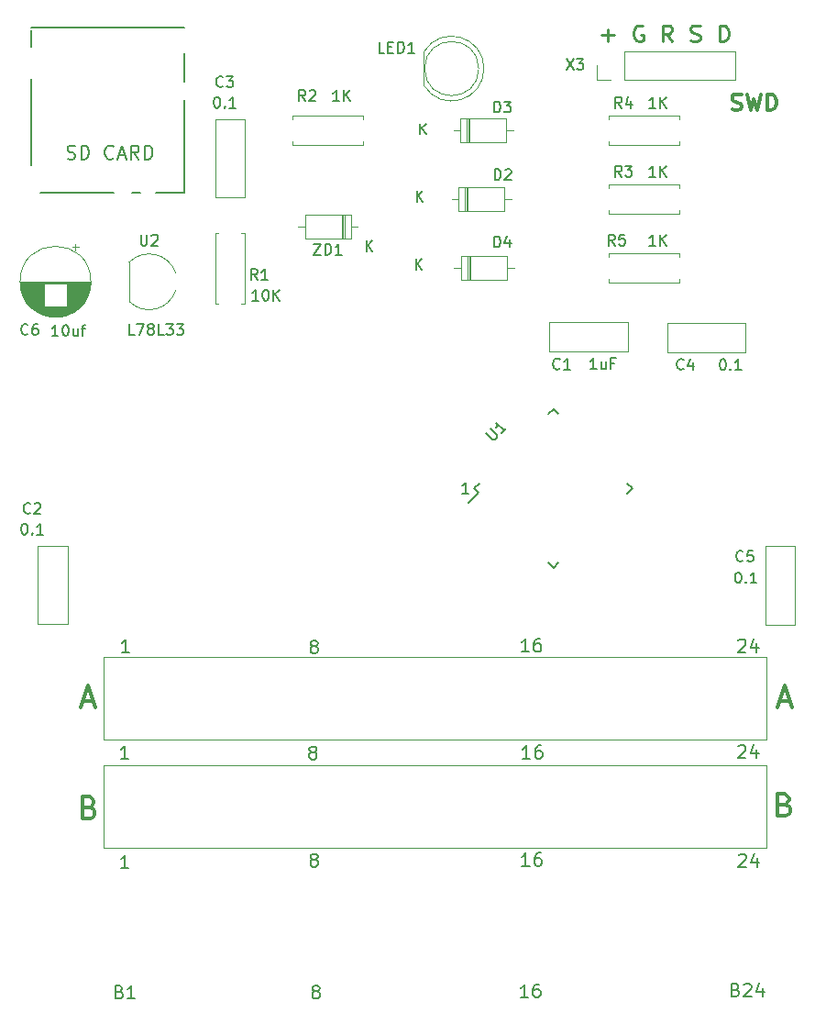
<source format=gbr>
G04 #@! TF.GenerationSoftware,KiCad,Pcbnew,(5.1.5)-3*
G04 #@! TF.CreationDate,2021-01-01T11:58:36-08:00*
G04 #@! TF.ProjectId,uknc_fdd_sds,756b6e63-5f66-4646-945f-7364732e6b69,rev?*
G04 #@! TF.SameCoordinates,Original*
G04 #@! TF.FileFunction,Legend,Top*
G04 #@! TF.FilePolarity,Positive*
%FSLAX46Y46*%
G04 Gerber Fmt 4.6, Leading zero omitted, Abs format (unit mm)*
G04 Created by KiCad (PCBNEW (5.1.5)-3) date 2021-01-01 11:58:36*
%MOMM*%
%LPD*%
G04 APERTURE LIST*
%ADD10C,0.120000*%
%ADD11C,0.300000*%
%ADD12C,0.250000*%
%ADD13C,0.200000*%
%ADD14C,0.150000*%
G04 APERTURE END LIST*
D10*
X162458400Y-58775600D02*
X162458400Y-66395600D01*
X162458400Y-58775600D02*
X101193600Y-58775600D01*
X162458400Y-66395600D02*
X101193600Y-66395600D01*
X101193600Y-58775600D02*
X101193600Y-66395600D01*
X162458400Y-68732400D02*
X101193600Y-68732400D01*
X101193600Y-68732400D02*
X101193600Y-76352400D01*
D11*
X99295009Y-62817333D02*
X100247390Y-62817333D01*
X99104533Y-63388761D02*
X99771200Y-61388761D01*
X100437866Y-63388761D01*
X99914057Y-72602742D02*
X100199771Y-72697980D01*
X100295009Y-72793219D01*
X100390247Y-72983695D01*
X100390247Y-73269409D01*
X100295009Y-73459885D01*
X100199771Y-73555123D01*
X100009295Y-73650361D01*
X99247390Y-73650361D01*
X99247390Y-71650361D01*
X99914057Y-71650361D01*
X100104533Y-71745600D01*
X100199771Y-71840838D01*
X100295009Y-72031314D01*
X100295009Y-72221790D01*
X100199771Y-72412266D01*
X100104533Y-72507504D01*
X99914057Y-72602742D01*
X99247390Y-72602742D01*
X164125257Y-72348742D02*
X164410971Y-72443980D01*
X164506209Y-72539219D01*
X164601447Y-72729695D01*
X164601447Y-73015409D01*
X164506209Y-73205885D01*
X164410971Y-73301123D01*
X164220495Y-73396361D01*
X163458590Y-73396361D01*
X163458590Y-71396361D01*
X164125257Y-71396361D01*
X164315733Y-71491600D01*
X164410971Y-71586838D01*
X164506209Y-71777314D01*
X164506209Y-71967790D01*
X164410971Y-72158266D01*
X164315733Y-72253504D01*
X164125257Y-72348742D01*
X163458590Y-72348742D01*
X163607809Y-62817333D02*
X164560190Y-62817333D01*
X163417333Y-63388761D02*
X164084000Y-61388761D01*
X164750666Y-63388761D01*
D10*
X162458400Y-68732400D02*
X162458400Y-76352400D01*
X162458400Y-76352400D02*
X101193600Y-76352400D01*
D12*
X147213571Y-1377142D02*
X148356428Y-1377142D01*
X147785000Y-1948571D02*
X147785000Y-805714D01*
X150999285Y-520000D02*
X150856428Y-448571D01*
X150642142Y-448571D01*
X150427857Y-520000D01*
X150285000Y-662857D01*
X150213571Y-805714D01*
X150142142Y-1091428D01*
X150142142Y-1305714D01*
X150213571Y-1591428D01*
X150285000Y-1734285D01*
X150427857Y-1877142D01*
X150642142Y-1948571D01*
X150785000Y-1948571D01*
X150999285Y-1877142D01*
X151070714Y-1805714D01*
X151070714Y-1305714D01*
X150785000Y-1305714D01*
X153713571Y-1948571D02*
X153213571Y-1234285D01*
X152856428Y-1948571D02*
X152856428Y-448571D01*
X153427857Y-448571D01*
X153570714Y-520000D01*
X153642142Y-591428D01*
X153713571Y-734285D01*
X153713571Y-948571D01*
X153642142Y-1091428D01*
X153570714Y-1162857D01*
X153427857Y-1234285D01*
X152856428Y-1234285D01*
X155427857Y-1877142D02*
X155642142Y-1948571D01*
X155999285Y-1948571D01*
X156142142Y-1877142D01*
X156213571Y-1805714D01*
X156285000Y-1662857D01*
X156285000Y-1520000D01*
X156213571Y-1377142D01*
X156142142Y-1305714D01*
X155999285Y-1234285D01*
X155713571Y-1162857D01*
X155570714Y-1091428D01*
X155499285Y-1020000D01*
X155427857Y-877142D01*
X155427857Y-734285D01*
X155499285Y-591428D01*
X155570714Y-520000D01*
X155713571Y-448571D01*
X156070714Y-448571D01*
X156285000Y-520000D01*
X158070714Y-1948571D02*
X158070714Y-448571D01*
X158427857Y-448571D01*
X158642142Y-520000D01*
X158785000Y-662857D01*
X158856428Y-805714D01*
X158927857Y-1091428D01*
X158927857Y-1305714D01*
X158856428Y-1591428D01*
X158785000Y-1734285D01*
X158642142Y-1877142D01*
X158427857Y-1948571D01*
X158070714Y-1948571D01*
D13*
X134905714Y-43632380D02*
X134334285Y-43632380D01*
X134620000Y-43632380D02*
X134620000Y-42632380D01*
X134524761Y-42775238D01*
X134429523Y-42870476D01*
X134334285Y-42918095D01*
X94500000Y-2433320D02*
X94500000Y-878840D01*
X108700000Y-3032760D02*
X108700000Y-5618480D01*
X108691680Y-15875000D02*
X106070400Y-15875000D01*
X104581960Y-15875000D02*
X103865680Y-15875000D01*
X95407480Y-15875000D02*
X102118160Y-15875000D01*
X94500000Y-675000D02*
X108700000Y-675000D01*
X108700000Y-7386320D02*
X108700000Y-15875000D01*
X94500000Y-5435600D02*
X94500000Y-13401040D01*
D10*
X123440000Y-20170000D02*
X123440000Y-17930000D01*
X123200000Y-20170000D02*
X123200000Y-17930000D01*
X123320000Y-20170000D02*
X123320000Y-17930000D01*
X119150000Y-19050000D02*
X119800000Y-19050000D01*
X124690000Y-19050000D02*
X124040000Y-19050000D01*
X119800000Y-20170000D02*
X124040000Y-20170000D01*
X119800000Y-17930000D02*
X119800000Y-20170000D01*
X124040000Y-17930000D02*
X119800000Y-17930000D01*
X124040000Y-20170000D02*
X124040000Y-17930000D01*
X134834820Y-21740000D02*
X134834820Y-23980000D01*
X135074820Y-21740000D02*
X135074820Y-23980000D01*
X134954820Y-21740000D02*
X134954820Y-23980000D01*
X139124820Y-22860000D02*
X138474820Y-22860000D01*
X133584820Y-22860000D02*
X134234820Y-22860000D01*
X138474820Y-21740000D02*
X134234820Y-21740000D01*
X138474820Y-23980000D02*
X138474820Y-21740000D01*
X134234820Y-23980000D02*
X138474820Y-23980000D01*
X134234820Y-21740000D02*
X134234820Y-23980000D01*
X134776400Y-9040000D02*
X134776400Y-11280000D01*
X135016400Y-9040000D02*
X135016400Y-11280000D01*
X134896400Y-9040000D02*
X134896400Y-11280000D01*
X139066400Y-10160000D02*
X138416400Y-10160000D01*
X133526400Y-10160000D02*
X134176400Y-10160000D01*
X138416400Y-9040000D02*
X134176400Y-9040000D01*
X138416400Y-11280000D02*
X138416400Y-9040000D01*
X134176400Y-11280000D02*
X138416400Y-11280000D01*
X134176400Y-9040000D02*
X134176400Y-11280000D01*
X134608760Y-15390000D02*
X134608760Y-17630000D01*
X134848760Y-15390000D02*
X134848760Y-17630000D01*
X134728760Y-15390000D02*
X134728760Y-17630000D01*
X138898760Y-16510000D02*
X138248760Y-16510000D01*
X133358760Y-16510000D02*
X134008760Y-16510000D01*
X138248760Y-15390000D02*
X134008760Y-15390000D01*
X138248760Y-17630000D02*
X138248760Y-15390000D01*
X134008760Y-17630000D02*
X138248760Y-17630000D01*
X134008760Y-15390000D02*
X134008760Y-17630000D01*
D14*
X135429445Y-43180000D02*
X135836031Y-43586586D01*
X142748000Y-35861445D02*
X143225297Y-36338742D01*
X150066555Y-43180000D02*
X149589258Y-42702703D01*
X142748000Y-50498555D02*
X142270703Y-50021258D01*
X135429445Y-43180000D02*
X135906742Y-42702703D01*
X142748000Y-50498555D02*
X143225297Y-50021258D01*
X150066555Y-43180000D02*
X149589258Y-43657297D01*
X142748000Y-35861445D02*
X142270703Y-36338742D01*
X135836031Y-43586586D02*
X134934470Y-44488148D01*
D10*
X146726600Y-5495600D02*
X146726600Y-4165600D01*
X148056600Y-5495600D02*
X146726600Y-5495600D01*
X149326600Y-5495600D02*
X149326600Y-2835600D01*
X149326600Y-2835600D02*
X159546600Y-2835600D01*
X149326600Y-5495600D02*
X159546600Y-5495600D01*
X159546600Y-5495600D02*
X159546600Y-2835600D01*
X98917840Y-20924759D02*
X98287840Y-20924759D01*
X98602840Y-20609759D02*
X98602840Y-21239759D01*
X97165840Y-27351000D02*
X96361840Y-27351000D01*
X97396840Y-27311000D02*
X96130840Y-27311000D01*
X97565840Y-27271000D02*
X95961840Y-27271000D01*
X97703840Y-27231000D02*
X95823840Y-27231000D01*
X97822840Y-27191000D02*
X95704840Y-27191000D01*
X97928840Y-27151000D02*
X95598840Y-27151000D01*
X98025840Y-27111000D02*
X95501840Y-27111000D01*
X98113840Y-27071000D02*
X95413840Y-27071000D01*
X98195840Y-27031000D02*
X95331840Y-27031000D01*
X98272840Y-26991000D02*
X95254840Y-26991000D01*
X98344840Y-26951000D02*
X95182840Y-26951000D01*
X98413840Y-26911000D02*
X95113840Y-26911000D01*
X98477840Y-26871000D02*
X95049840Y-26871000D01*
X98539840Y-26831000D02*
X94987840Y-26831000D01*
X98597840Y-26791000D02*
X94929840Y-26791000D01*
X98653840Y-26751000D02*
X94873840Y-26751000D01*
X98707840Y-26711000D02*
X94819840Y-26711000D01*
X98758840Y-26671000D02*
X94768840Y-26671000D01*
X98807840Y-26631000D02*
X94719840Y-26631000D01*
X98855840Y-26591000D02*
X94671840Y-26591000D01*
X98900840Y-26551000D02*
X94626840Y-26551000D01*
X98945840Y-26511000D02*
X94581840Y-26511000D01*
X98987840Y-26471000D02*
X94539840Y-26471000D01*
X99028840Y-26431000D02*
X94498840Y-26431000D01*
X95723840Y-26391000D02*
X94458840Y-26391000D01*
X99068840Y-26391000D02*
X97803840Y-26391000D01*
X95723840Y-26351000D02*
X94420840Y-26351000D01*
X99106840Y-26351000D02*
X97803840Y-26351000D01*
X95723840Y-26311000D02*
X94383840Y-26311000D01*
X99143840Y-26311000D02*
X97803840Y-26311000D01*
X95723840Y-26271000D02*
X94347840Y-26271000D01*
X99179840Y-26271000D02*
X97803840Y-26271000D01*
X95723840Y-26231000D02*
X94313840Y-26231000D01*
X99213840Y-26231000D02*
X97803840Y-26231000D01*
X95723840Y-26191000D02*
X94279840Y-26191000D01*
X99247840Y-26191000D02*
X97803840Y-26191000D01*
X95723840Y-26151000D02*
X94247840Y-26151000D01*
X99279840Y-26151000D02*
X97803840Y-26151000D01*
X95723840Y-26111000D02*
X94215840Y-26111000D01*
X99311840Y-26111000D02*
X97803840Y-26111000D01*
X95723840Y-26071000D02*
X94185840Y-26071000D01*
X99341840Y-26071000D02*
X97803840Y-26071000D01*
X95723840Y-26031000D02*
X94156840Y-26031000D01*
X99370840Y-26031000D02*
X97803840Y-26031000D01*
X95723840Y-25991000D02*
X94127840Y-25991000D01*
X99399840Y-25991000D02*
X97803840Y-25991000D01*
X95723840Y-25951000D02*
X94099840Y-25951000D01*
X99427840Y-25951000D02*
X97803840Y-25951000D01*
X95723840Y-25911000D02*
X94073840Y-25911000D01*
X99453840Y-25911000D02*
X97803840Y-25911000D01*
X95723840Y-25871000D02*
X94047840Y-25871000D01*
X99479840Y-25871000D02*
X97803840Y-25871000D01*
X95723840Y-25831000D02*
X94021840Y-25831000D01*
X99505840Y-25831000D02*
X97803840Y-25831000D01*
X95723840Y-25791000D02*
X93997840Y-25791000D01*
X99529840Y-25791000D02*
X97803840Y-25791000D01*
X95723840Y-25751000D02*
X93973840Y-25751000D01*
X99553840Y-25751000D02*
X97803840Y-25751000D01*
X95723840Y-25711000D02*
X93951840Y-25711000D01*
X99575840Y-25711000D02*
X97803840Y-25711000D01*
X95723840Y-25671000D02*
X93929840Y-25671000D01*
X99597840Y-25671000D02*
X97803840Y-25671000D01*
X95723840Y-25631000D02*
X93907840Y-25631000D01*
X99619840Y-25631000D02*
X97803840Y-25631000D01*
X95723840Y-25591000D02*
X93887840Y-25591000D01*
X99639840Y-25591000D02*
X97803840Y-25591000D01*
X95723840Y-25551000D02*
X93867840Y-25551000D01*
X99659840Y-25551000D02*
X97803840Y-25551000D01*
X95723840Y-25511000D02*
X93847840Y-25511000D01*
X99679840Y-25511000D02*
X97803840Y-25511000D01*
X95723840Y-25471000D02*
X93829840Y-25471000D01*
X99697840Y-25471000D02*
X97803840Y-25471000D01*
X95723840Y-25431000D02*
X93811840Y-25431000D01*
X99715840Y-25431000D02*
X97803840Y-25431000D01*
X95723840Y-25391000D02*
X93793840Y-25391000D01*
X99733840Y-25391000D02*
X97803840Y-25391000D01*
X95723840Y-25351000D02*
X93777840Y-25351000D01*
X99749840Y-25351000D02*
X97803840Y-25351000D01*
X95723840Y-25311000D02*
X93761840Y-25311000D01*
X99765840Y-25311000D02*
X97803840Y-25311000D01*
X95723840Y-25271000D02*
X93745840Y-25271000D01*
X99781840Y-25271000D02*
X97803840Y-25271000D01*
X95723840Y-25231000D02*
X93730840Y-25231000D01*
X99796840Y-25231000D02*
X97803840Y-25231000D01*
X95723840Y-25191000D02*
X93716840Y-25191000D01*
X99810840Y-25191000D02*
X97803840Y-25191000D01*
X95723840Y-25151000D02*
X93702840Y-25151000D01*
X99824840Y-25151000D02*
X97803840Y-25151000D01*
X95723840Y-25111000D02*
X93689840Y-25111000D01*
X99837840Y-25111000D02*
X97803840Y-25111000D01*
X95723840Y-25071000D02*
X93677840Y-25071000D01*
X99849840Y-25071000D02*
X97803840Y-25071000D01*
X95723840Y-25031000D02*
X93665840Y-25031000D01*
X99861840Y-25031000D02*
X97803840Y-25031000D01*
X95723840Y-24991000D02*
X93653840Y-24991000D01*
X99873840Y-24991000D02*
X97803840Y-24991000D01*
X95723840Y-24951000D02*
X93642840Y-24951000D01*
X99884840Y-24951000D02*
X97803840Y-24951000D01*
X95723840Y-24911000D02*
X93632840Y-24911000D01*
X99894840Y-24911000D02*
X97803840Y-24911000D01*
X95723840Y-24871000D02*
X93622840Y-24871000D01*
X99904840Y-24871000D02*
X97803840Y-24871000D01*
X95723840Y-24831000D02*
X93613840Y-24831000D01*
X99913840Y-24831000D02*
X97803840Y-24831000D01*
X95723840Y-24790000D02*
X93604840Y-24790000D01*
X99922840Y-24790000D02*
X97803840Y-24790000D01*
X95723840Y-24750000D02*
X93596840Y-24750000D01*
X99930840Y-24750000D02*
X97803840Y-24750000D01*
X95723840Y-24710000D02*
X93588840Y-24710000D01*
X99938840Y-24710000D02*
X97803840Y-24710000D01*
X95723840Y-24670000D02*
X93581840Y-24670000D01*
X99945840Y-24670000D02*
X97803840Y-24670000D01*
X95723840Y-24630000D02*
X93574840Y-24630000D01*
X99952840Y-24630000D02*
X97803840Y-24630000D01*
X95723840Y-24590000D02*
X93568840Y-24590000D01*
X99958840Y-24590000D02*
X97803840Y-24590000D01*
X95723840Y-24550000D02*
X93562840Y-24550000D01*
X99964840Y-24550000D02*
X97803840Y-24550000D01*
X95723840Y-24510000D02*
X93557840Y-24510000D01*
X99969840Y-24510000D02*
X97803840Y-24510000D01*
X95723840Y-24470000D02*
X93552840Y-24470000D01*
X99974840Y-24470000D02*
X97803840Y-24470000D01*
X95723840Y-24430000D02*
X93548840Y-24430000D01*
X99978840Y-24430000D02*
X97803840Y-24430000D01*
X95723840Y-24390000D02*
X93545840Y-24390000D01*
X99981840Y-24390000D02*
X97803840Y-24390000D01*
X95723840Y-24350000D02*
X93541840Y-24350000D01*
X99985840Y-24350000D02*
X97803840Y-24350000D01*
X99987840Y-24310000D02*
X93539840Y-24310000D01*
X99990840Y-24270000D02*
X93536840Y-24270000D01*
X99991840Y-24230000D02*
X93535840Y-24230000D01*
X99993840Y-24190000D02*
X93533840Y-24190000D01*
X99993840Y-24150000D02*
X93533840Y-24150000D01*
X99993840Y-24110000D02*
X93533840Y-24110000D01*
X100033840Y-24110000D02*
G75*
G03X100033840Y-24110000I-3270000J0D01*
G01*
X111502520Y-26130000D02*
X111832520Y-26130000D01*
X111502520Y-19590000D02*
X111502520Y-26130000D01*
X111832520Y-19590000D02*
X111502520Y-19590000D01*
X114242520Y-26130000D02*
X113912520Y-26130000D01*
X114242520Y-19590000D02*
X114242520Y-26130000D01*
X113912520Y-19590000D02*
X114242520Y-19590000D01*
X103582316Y-25938445D02*
G75*
G03X107860000Y-24910000I1827684J1808445D01*
G01*
X103567844Y-22318547D02*
G75*
G02X107860000Y-23310000I1842156J-1811453D01*
G01*
X103560000Y-22330000D02*
X103560000Y-25930000D01*
X153265000Y-30651120D02*
X153265000Y-27911120D01*
X160505000Y-30651120D02*
X160505000Y-27911120D01*
X160505000Y-27911120D02*
X153265000Y-27911120D01*
X160505000Y-30651120D02*
X153265000Y-30651120D01*
X162333000Y-48515400D02*
X165073000Y-48515400D01*
X162333000Y-55755400D02*
X165073000Y-55755400D01*
X165073000Y-55755400D02*
X165073000Y-48515400D01*
X162333000Y-55755400D02*
X162333000Y-48515400D01*
X111502520Y-9120000D02*
X114242520Y-9120000D01*
X111502520Y-16360000D02*
X114242520Y-16360000D01*
X114242520Y-16360000D02*
X114242520Y-9120000D01*
X111502520Y-16360000D02*
X111502520Y-9120000D01*
X95150000Y-48490000D02*
X97890000Y-48490000D01*
X95150000Y-55730000D02*
X97890000Y-55730000D01*
X97890000Y-55730000D02*
X97890000Y-48490000D01*
X95150000Y-55730000D02*
X95150000Y-48490000D01*
X149630000Y-27840000D02*
X149630000Y-30580000D01*
X142390000Y-27840000D02*
X142390000Y-30580000D01*
X142390000Y-30580000D02*
X149630000Y-30580000D01*
X142390000Y-27840000D02*
X149630000Y-27840000D01*
X154400000Y-24230000D02*
X154400000Y-23900000D01*
X147860000Y-24230000D02*
X154400000Y-24230000D01*
X147860000Y-23900000D02*
X147860000Y-24230000D01*
X154400000Y-21490000D02*
X154400000Y-21820000D01*
X147860000Y-21490000D02*
X154400000Y-21490000D01*
X147860000Y-21820000D02*
X147860000Y-21490000D01*
X154400000Y-11530000D02*
X154400000Y-11200000D01*
X147860000Y-11530000D02*
X154400000Y-11530000D01*
X147860000Y-11200000D02*
X147860000Y-11530000D01*
X154400000Y-8790000D02*
X154400000Y-9120000D01*
X147860000Y-8790000D02*
X154400000Y-8790000D01*
X147860000Y-9120000D02*
X147860000Y-8790000D01*
X154400000Y-17880000D02*
X154400000Y-17550000D01*
X147860000Y-17880000D02*
X154400000Y-17880000D01*
X147860000Y-17550000D02*
X147860000Y-17880000D01*
X154400000Y-15140000D02*
X154400000Y-15470000D01*
X147860000Y-15140000D02*
X154400000Y-15140000D01*
X147860000Y-15470000D02*
X147860000Y-15140000D01*
X125190000Y-11530000D02*
X125190000Y-11200000D01*
X118650000Y-11530000D02*
X125190000Y-11530000D01*
X118650000Y-11200000D02*
X118650000Y-11530000D01*
X125190000Y-8790000D02*
X125190000Y-9120000D01*
X118650000Y-8790000D02*
X125190000Y-8790000D01*
X118650000Y-9120000D02*
X118650000Y-8790000D01*
X130790000Y-2900000D02*
X130790000Y-5990000D01*
X135850000Y-4445000D02*
G75*
G03X135850000Y-4445000I-2500000J0D01*
G01*
X136340000Y-4444538D02*
G75*
G02X130790000Y-5989830I-2990000J-462D01*
G01*
X136340000Y-4445462D02*
G75*
G03X130790000Y-2900170I-2990000J462D01*
G01*
D14*
X97872247Y-12756847D02*
X98053676Y-12817323D01*
X98356057Y-12817323D01*
X98477009Y-12756847D01*
X98537485Y-12696371D01*
X98597961Y-12575419D01*
X98597961Y-12454466D01*
X98537485Y-12333514D01*
X98477009Y-12273038D01*
X98356057Y-12212561D01*
X98114152Y-12152085D01*
X97993200Y-12091609D01*
X97932723Y-12031133D01*
X97872247Y-11910180D01*
X97872247Y-11789228D01*
X97932723Y-11668276D01*
X97993200Y-11607800D01*
X98114152Y-11547323D01*
X98416533Y-11547323D01*
X98597961Y-11607800D01*
X99142247Y-12817323D02*
X99142247Y-11547323D01*
X99444628Y-11547323D01*
X99626057Y-11607800D01*
X99747009Y-11728752D01*
X99807485Y-11849704D01*
X99867961Y-12091609D01*
X99867961Y-12273038D01*
X99807485Y-12514942D01*
X99747009Y-12635895D01*
X99626057Y-12756847D01*
X99444628Y-12817323D01*
X99142247Y-12817323D01*
X102105580Y-12696371D02*
X102045104Y-12756847D01*
X101863676Y-12817323D01*
X101742723Y-12817323D01*
X101561295Y-12756847D01*
X101440342Y-12635895D01*
X101379866Y-12514942D01*
X101319390Y-12273038D01*
X101319390Y-12091609D01*
X101379866Y-11849704D01*
X101440342Y-11728752D01*
X101561295Y-11607800D01*
X101742723Y-11547323D01*
X101863676Y-11547323D01*
X102045104Y-11607800D01*
X102105580Y-11668276D01*
X102589390Y-12454466D02*
X103194152Y-12454466D01*
X102468438Y-12817323D02*
X102891771Y-11547323D01*
X103315104Y-12817323D01*
X104464152Y-12817323D02*
X104040819Y-12212561D01*
X103738438Y-12817323D02*
X103738438Y-11547323D01*
X104222247Y-11547323D01*
X104343200Y-11607800D01*
X104403676Y-11668276D01*
X104464152Y-11789228D01*
X104464152Y-11970657D01*
X104403676Y-12091609D01*
X104343200Y-12152085D01*
X104222247Y-12212561D01*
X103738438Y-12212561D01*
X105008438Y-12817323D02*
X105008438Y-11547323D01*
X105310819Y-11547323D01*
X105492247Y-11607800D01*
X105613200Y-11728752D01*
X105673676Y-11849704D01*
X105734152Y-12091609D01*
X105734152Y-12273038D01*
X105673676Y-12514942D01*
X105613200Y-12635895D01*
X105492247Y-12756847D01*
X105310819Y-12817323D01*
X105008438Y-12817323D01*
D13*
X120535714Y-57718342D02*
X120421428Y-57661200D01*
X120364285Y-57604057D01*
X120307142Y-57489771D01*
X120307142Y-57432628D01*
X120364285Y-57318342D01*
X120421428Y-57261200D01*
X120535714Y-57204057D01*
X120764285Y-57204057D01*
X120878571Y-57261200D01*
X120935714Y-57318342D01*
X120992857Y-57432628D01*
X120992857Y-57489771D01*
X120935714Y-57604057D01*
X120878571Y-57661200D01*
X120764285Y-57718342D01*
X120535714Y-57718342D01*
X120421428Y-57775485D01*
X120364285Y-57832628D01*
X120307142Y-57946914D01*
X120307142Y-58175485D01*
X120364285Y-58289771D01*
X120421428Y-58346914D01*
X120535714Y-58404057D01*
X120764285Y-58404057D01*
X120878571Y-58346914D01*
X120935714Y-58289771D01*
X120992857Y-58175485D01*
X120992857Y-57946914D01*
X120935714Y-57832628D01*
X120878571Y-57775485D01*
X120764285Y-57718342D01*
X159816914Y-57216742D02*
X159874057Y-57159600D01*
X159988342Y-57102457D01*
X160274057Y-57102457D01*
X160388342Y-57159600D01*
X160445485Y-57216742D01*
X160502628Y-57331028D01*
X160502628Y-57445314D01*
X160445485Y-57616742D01*
X159759771Y-58302457D01*
X160502628Y-58302457D01*
X161531200Y-57502457D02*
X161531200Y-58302457D01*
X161245485Y-57045314D02*
X160959771Y-57902457D01*
X161702628Y-57902457D01*
X103568457Y-58302457D02*
X102882742Y-58302457D01*
X103225600Y-58302457D02*
X103225600Y-57102457D01*
X103111314Y-57273885D01*
X102997028Y-57388171D01*
X102882742Y-57445314D01*
X140487428Y-58251657D02*
X139801714Y-58251657D01*
X140144571Y-58251657D02*
X140144571Y-57051657D01*
X140030285Y-57223085D01*
X139916000Y-57337371D01*
X139801714Y-57394514D01*
X141516000Y-57051657D02*
X141287428Y-57051657D01*
X141173142Y-57108800D01*
X141116000Y-57165942D01*
X141001714Y-57337371D01*
X140944571Y-57565942D01*
X140944571Y-58023085D01*
X141001714Y-58137371D01*
X141058857Y-58194514D01*
X141173142Y-58251657D01*
X141401714Y-58251657D01*
X141516000Y-58194514D01*
X141573142Y-58137371D01*
X141630285Y-58023085D01*
X141630285Y-57737371D01*
X141573142Y-57623085D01*
X141516000Y-57565942D01*
X141401714Y-57508800D01*
X141173142Y-57508800D01*
X141058857Y-57565942D01*
X141001714Y-57623085D01*
X140944571Y-57737371D01*
D14*
D13*
X103466857Y-68157657D02*
X102781142Y-68157657D01*
X103124000Y-68157657D02*
X103124000Y-66957657D01*
X103009714Y-67129085D01*
X102895428Y-67243371D01*
X102781142Y-67300514D01*
X159816914Y-66970342D02*
X159874057Y-66913200D01*
X159988342Y-66856057D01*
X160274057Y-66856057D01*
X160388342Y-66913200D01*
X160445485Y-66970342D01*
X160502628Y-67084628D01*
X160502628Y-67198914D01*
X160445485Y-67370342D01*
X159759771Y-68056057D01*
X160502628Y-68056057D01*
X161531200Y-67256057D02*
X161531200Y-68056057D01*
X161245485Y-66798914D02*
X160959771Y-67656057D01*
X161702628Y-67656057D01*
X140589028Y-68106857D02*
X139903314Y-68106857D01*
X140246171Y-68106857D02*
X140246171Y-66906857D01*
X140131885Y-67078285D01*
X140017600Y-67192571D01*
X139903314Y-67249714D01*
X141617600Y-66906857D02*
X141389028Y-66906857D01*
X141274742Y-66964000D01*
X141217600Y-67021142D01*
X141103314Y-67192571D01*
X141046171Y-67421142D01*
X141046171Y-67878285D01*
X141103314Y-67992571D01*
X141160457Y-68049714D01*
X141274742Y-68106857D01*
X141503314Y-68106857D01*
X141617600Y-68049714D01*
X141674742Y-67992571D01*
X141731885Y-67878285D01*
X141731885Y-67592571D01*
X141674742Y-67478285D01*
X141617600Y-67421142D01*
X141503314Y-67364000D01*
X141274742Y-67364000D01*
X141160457Y-67421142D01*
X141103314Y-67478285D01*
X141046171Y-67592571D01*
X120434114Y-67522742D02*
X120319828Y-67465600D01*
X120262685Y-67408457D01*
X120205542Y-67294171D01*
X120205542Y-67237028D01*
X120262685Y-67122742D01*
X120319828Y-67065600D01*
X120434114Y-67008457D01*
X120662685Y-67008457D01*
X120776971Y-67065600D01*
X120834114Y-67122742D01*
X120891257Y-67237028D01*
X120891257Y-67294171D01*
X120834114Y-67408457D01*
X120776971Y-67465600D01*
X120662685Y-67522742D01*
X120434114Y-67522742D01*
X120319828Y-67579885D01*
X120262685Y-67637028D01*
X120205542Y-67751314D01*
X120205542Y-67979885D01*
X120262685Y-68094171D01*
X120319828Y-68151314D01*
X120434114Y-68208457D01*
X120662685Y-68208457D01*
X120776971Y-68151314D01*
X120834114Y-68094171D01*
X120891257Y-67979885D01*
X120891257Y-67751314D01*
X120834114Y-67637028D01*
X120776971Y-67579885D01*
X120662685Y-67522742D01*
D14*
D13*
X140538228Y-78012857D02*
X139852514Y-78012857D01*
X140195371Y-78012857D02*
X140195371Y-76812857D01*
X140081085Y-76984285D01*
X139966800Y-77098571D01*
X139852514Y-77155714D01*
X141566800Y-76812857D02*
X141338228Y-76812857D01*
X141223942Y-76870000D01*
X141166800Y-76927142D01*
X141052514Y-77098571D01*
X140995371Y-77327142D01*
X140995371Y-77784285D01*
X141052514Y-77898571D01*
X141109657Y-77955714D01*
X141223942Y-78012857D01*
X141452514Y-78012857D01*
X141566800Y-77955714D01*
X141623942Y-77898571D01*
X141681085Y-77784285D01*
X141681085Y-77498571D01*
X141623942Y-77384285D01*
X141566800Y-77327142D01*
X141452514Y-77270000D01*
X141223942Y-77270000D01*
X141109657Y-77327142D01*
X141052514Y-77384285D01*
X140995371Y-77498571D01*
X103517657Y-78216057D02*
X102831942Y-78216057D01*
X103174800Y-78216057D02*
X103174800Y-77016057D01*
X103060514Y-77187485D01*
X102946228Y-77301771D01*
X102831942Y-77358914D01*
X120535714Y-77428742D02*
X120421428Y-77371600D01*
X120364285Y-77314457D01*
X120307142Y-77200171D01*
X120307142Y-77143028D01*
X120364285Y-77028742D01*
X120421428Y-76971600D01*
X120535714Y-76914457D01*
X120764285Y-76914457D01*
X120878571Y-76971600D01*
X120935714Y-77028742D01*
X120992857Y-77143028D01*
X120992857Y-77200171D01*
X120935714Y-77314457D01*
X120878571Y-77371600D01*
X120764285Y-77428742D01*
X120535714Y-77428742D01*
X120421428Y-77485885D01*
X120364285Y-77543028D01*
X120307142Y-77657314D01*
X120307142Y-77885885D01*
X120364285Y-78000171D01*
X120421428Y-78057314D01*
X120535714Y-78114457D01*
X120764285Y-78114457D01*
X120878571Y-78057314D01*
X120935714Y-78000171D01*
X120992857Y-77885885D01*
X120992857Y-77657314D01*
X120935714Y-77543028D01*
X120878571Y-77485885D01*
X120764285Y-77428742D01*
X159867714Y-77028742D02*
X159924857Y-76971600D01*
X160039142Y-76914457D01*
X160324857Y-76914457D01*
X160439142Y-76971600D01*
X160496285Y-77028742D01*
X160553428Y-77143028D01*
X160553428Y-77257314D01*
X160496285Y-77428742D01*
X159810571Y-78114457D01*
X160553428Y-78114457D01*
X161582000Y-77314457D02*
X161582000Y-78114457D01*
X161296285Y-76857314D02*
X161010571Y-77714457D01*
X161753428Y-77714457D01*
D14*
X120610476Y-20622380D02*
X121277142Y-20622380D01*
X120610476Y-21622380D01*
X121277142Y-21622380D01*
X121658095Y-21622380D02*
X121658095Y-20622380D01*
X121896190Y-20622380D01*
X122039047Y-20670000D01*
X122134285Y-20765238D01*
X122181904Y-20860476D01*
X122229523Y-21050952D01*
X122229523Y-21193809D01*
X122181904Y-21384285D01*
X122134285Y-21479523D01*
X122039047Y-21574761D01*
X121896190Y-21622380D01*
X121658095Y-21622380D01*
X123181904Y-21622380D02*
X122610476Y-21622380D01*
X122896190Y-21622380D02*
X122896190Y-20622380D01*
X122800952Y-20765238D01*
X122705714Y-20860476D01*
X122610476Y-20908095D01*
X125468095Y-21302380D02*
X125468095Y-20302380D01*
X126039523Y-21302380D02*
X125610952Y-20730952D01*
X126039523Y-20302380D02*
X125468095Y-20873809D01*
X137285504Y-20924780D02*
X137285504Y-19924780D01*
X137523600Y-19924780D01*
X137666457Y-19972400D01*
X137761695Y-20067638D01*
X137809314Y-20162876D01*
X137856933Y-20353352D01*
X137856933Y-20496209D01*
X137809314Y-20686685D01*
X137761695Y-20781923D01*
X137666457Y-20877161D01*
X137523600Y-20924780D01*
X137285504Y-20924780D01*
X138714076Y-20258114D02*
X138714076Y-20924780D01*
X138475980Y-19877161D02*
X138237885Y-20591447D01*
X138856933Y-20591447D01*
X130040095Y-23007580D02*
X130040095Y-22007580D01*
X130611523Y-23007580D02*
X130182952Y-22436152D01*
X130611523Y-22007580D02*
X130040095Y-22579009D01*
X137285504Y-8478780D02*
X137285504Y-7478780D01*
X137523600Y-7478780D01*
X137666457Y-7526400D01*
X137761695Y-7621638D01*
X137809314Y-7716876D01*
X137856933Y-7907352D01*
X137856933Y-8050209D01*
X137809314Y-8240685D01*
X137761695Y-8335923D01*
X137666457Y-8431161D01*
X137523600Y-8478780D01*
X137285504Y-8478780D01*
X138190266Y-7478780D02*
X138809314Y-7478780D01*
X138475980Y-7859733D01*
X138618838Y-7859733D01*
X138714076Y-7907352D01*
X138761695Y-7954971D01*
X138809314Y-8050209D01*
X138809314Y-8288304D01*
X138761695Y-8383542D01*
X138714076Y-8431161D01*
X138618838Y-8478780D01*
X138333123Y-8478780D01*
X138237885Y-8431161D01*
X138190266Y-8383542D01*
X130446495Y-10510780D02*
X130446495Y-9510780D01*
X131017923Y-10510780D02*
X130589352Y-9939352D01*
X131017923Y-9510780D02*
X130446495Y-10082209D01*
X137336304Y-14727180D02*
X137336304Y-13727180D01*
X137574400Y-13727180D01*
X137717257Y-13774800D01*
X137812495Y-13870038D01*
X137860114Y-13965276D01*
X137907733Y-14155752D01*
X137907733Y-14298609D01*
X137860114Y-14489085D01*
X137812495Y-14584323D01*
X137717257Y-14679561D01*
X137574400Y-14727180D01*
X137336304Y-14727180D01*
X138288685Y-13822419D02*
X138336304Y-13774800D01*
X138431542Y-13727180D01*
X138669638Y-13727180D01*
X138764876Y-13774800D01*
X138812495Y-13822419D01*
X138860114Y-13917657D01*
X138860114Y-14012895D01*
X138812495Y-14155752D01*
X138241066Y-14727180D01*
X138860114Y-14727180D01*
X130141695Y-16708380D02*
X130141695Y-15708380D01*
X130713123Y-16708380D02*
X130284552Y-16136952D01*
X130713123Y-15708380D02*
X130141695Y-16279809D01*
X136554080Y-38063576D02*
X137126500Y-38635996D01*
X137227515Y-38669668D01*
X137294859Y-38669668D01*
X137395874Y-38635996D01*
X137530561Y-38501309D01*
X137564233Y-38400294D01*
X137564233Y-38332950D01*
X137530561Y-38231935D01*
X136958141Y-37659515D01*
X138372355Y-37659515D02*
X137968294Y-38063576D01*
X138170324Y-37861546D02*
X137463218Y-37154439D01*
X137496889Y-37322798D01*
X137496889Y-37457485D01*
X137463218Y-37558500D01*
D13*
X102681285Y-89627285D02*
X102852714Y-89684428D01*
X102909857Y-89741571D01*
X102967000Y-89855857D01*
X102967000Y-90027285D01*
X102909857Y-90141571D01*
X102852714Y-90198714D01*
X102738428Y-90255857D01*
X102281285Y-90255857D01*
X102281285Y-89055857D01*
X102681285Y-89055857D01*
X102795571Y-89113000D01*
X102852714Y-89170142D01*
X102909857Y-89284428D01*
X102909857Y-89398714D01*
X102852714Y-89513000D01*
X102795571Y-89570142D01*
X102681285Y-89627285D01*
X102281285Y-89627285D01*
X104109857Y-90255857D02*
X103424142Y-90255857D01*
X103767000Y-90255857D02*
X103767000Y-89055857D01*
X103652714Y-89227285D01*
X103538428Y-89341571D01*
X103424142Y-89398714D01*
X159597857Y-89449285D02*
X159769285Y-89506428D01*
X159826428Y-89563571D01*
X159883571Y-89677857D01*
X159883571Y-89849285D01*
X159826428Y-89963571D01*
X159769285Y-90020714D01*
X159655000Y-90077857D01*
X159197857Y-90077857D01*
X159197857Y-88877857D01*
X159597857Y-88877857D01*
X159712142Y-88935000D01*
X159769285Y-88992142D01*
X159826428Y-89106428D01*
X159826428Y-89220714D01*
X159769285Y-89335000D01*
X159712142Y-89392142D01*
X159597857Y-89449285D01*
X159197857Y-89449285D01*
X160340714Y-88992142D02*
X160397857Y-88935000D01*
X160512142Y-88877857D01*
X160797857Y-88877857D01*
X160912142Y-88935000D01*
X160969285Y-88992142D01*
X161026428Y-89106428D01*
X161026428Y-89220714D01*
X160969285Y-89392142D01*
X160283571Y-90077857D01*
X161026428Y-90077857D01*
X162055000Y-89277857D02*
X162055000Y-90077857D01*
X161769285Y-88820714D02*
X161483571Y-89677857D01*
X162226428Y-89677857D01*
X140411428Y-90128857D02*
X139725714Y-90128857D01*
X140068571Y-90128857D02*
X140068571Y-88928857D01*
X139954285Y-89100285D01*
X139840000Y-89214571D01*
X139725714Y-89271714D01*
X141440000Y-88928857D02*
X141211428Y-88928857D01*
X141097142Y-88986000D01*
X141040000Y-89043142D01*
X140925714Y-89214571D01*
X140868571Y-89443142D01*
X140868571Y-89900285D01*
X140925714Y-90014571D01*
X140982857Y-90071714D01*
X141097142Y-90128857D01*
X141325714Y-90128857D01*
X141440000Y-90071714D01*
X141497142Y-90014571D01*
X141554285Y-89900285D01*
X141554285Y-89614571D01*
X141497142Y-89500285D01*
X141440000Y-89443142D01*
X141325714Y-89386000D01*
X141097142Y-89386000D01*
X140982857Y-89443142D01*
X140925714Y-89500285D01*
X140868571Y-89614571D01*
X120713714Y-89570142D02*
X120599428Y-89513000D01*
X120542285Y-89455857D01*
X120485142Y-89341571D01*
X120485142Y-89284428D01*
X120542285Y-89170142D01*
X120599428Y-89113000D01*
X120713714Y-89055857D01*
X120942285Y-89055857D01*
X121056571Y-89113000D01*
X121113714Y-89170142D01*
X121170857Y-89284428D01*
X121170857Y-89341571D01*
X121113714Y-89455857D01*
X121056571Y-89513000D01*
X120942285Y-89570142D01*
X120713714Y-89570142D01*
X120599428Y-89627285D01*
X120542285Y-89684428D01*
X120485142Y-89798714D01*
X120485142Y-90027285D01*
X120542285Y-90141571D01*
X120599428Y-90198714D01*
X120713714Y-90255857D01*
X120942285Y-90255857D01*
X121056571Y-90198714D01*
X121113714Y-90141571D01*
X121170857Y-90027285D01*
X121170857Y-89798714D01*
X121113714Y-89684428D01*
X121056571Y-89627285D01*
X120942285Y-89570142D01*
D14*
X143945076Y-3541780D02*
X144611742Y-4541780D01*
X144611742Y-3541780D02*
X143945076Y-4541780D01*
X144897457Y-3541780D02*
X145516504Y-3541780D01*
X145183171Y-3922733D01*
X145326028Y-3922733D01*
X145421266Y-3970352D01*
X145468885Y-4017971D01*
X145516504Y-4113209D01*
X145516504Y-4351304D01*
X145468885Y-4446542D01*
X145421266Y-4494161D01*
X145326028Y-4541780D01*
X145040314Y-4541780D01*
X144945076Y-4494161D01*
X144897457Y-4446542D01*
D11*
X159254285Y-8227142D02*
X159468571Y-8298571D01*
X159825714Y-8298571D01*
X159968571Y-8227142D01*
X160040000Y-8155714D01*
X160111428Y-8012857D01*
X160111428Y-7870000D01*
X160040000Y-7727142D01*
X159968571Y-7655714D01*
X159825714Y-7584285D01*
X159540000Y-7512857D01*
X159397142Y-7441428D01*
X159325714Y-7370000D01*
X159254285Y-7227142D01*
X159254285Y-7084285D01*
X159325714Y-6941428D01*
X159397142Y-6870000D01*
X159540000Y-6798571D01*
X159897142Y-6798571D01*
X160111428Y-6870000D01*
X160611428Y-6798571D02*
X160968571Y-8298571D01*
X161254285Y-7227142D01*
X161540000Y-8298571D01*
X161897142Y-6798571D01*
X162468571Y-8298571D02*
X162468571Y-6798571D01*
X162825714Y-6798571D01*
X163040000Y-6870000D01*
X163182857Y-7012857D01*
X163254285Y-7155714D01*
X163325714Y-7441428D01*
X163325714Y-7655714D01*
X163254285Y-7941428D01*
X163182857Y-8084285D01*
X163040000Y-8227142D01*
X162825714Y-8298571D01*
X162468571Y-8298571D01*
D14*
X94219733Y-28932142D02*
X94172114Y-28979761D01*
X94029257Y-29027380D01*
X93934019Y-29027380D01*
X93791161Y-28979761D01*
X93695923Y-28884523D01*
X93648304Y-28789285D01*
X93600685Y-28598809D01*
X93600685Y-28455952D01*
X93648304Y-28265476D01*
X93695923Y-28170238D01*
X93791161Y-28075000D01*
X93934019Y-28027380D01*
X94029257Y-28027380D01*
X94172114Y-28075000D01*
X94219733Y-28122619D01*
X95076876Y-28027380D02*
X94886400Y-28027380D01*
X94791161Y-28075000D01*
X94743542Y-28122619D01*
X94648304Y-28265476D01*
X94600685Y-28455952D01*
X94600685Y-28836904D01*
X94648304Y-28932142D01*
X94695923Y-28979761D01*
X94791161Y-29027380D01*
X94981638Y-29027380D01*
X95076876Y-28979761D01*
X95124495Y-28932142D01*
X95172114Y-28836904D01*
X95172114Y-28598809D01*
X95124495Y-28503571D01*
X95076876Y-28455952D01*
X94981638Y-28408333D01*
X94791161Y-28408333D01*
X94695923Y-28455952D01*
X94648304Y-28503571D01*
X94600685Y-28598809D01*
X97013828Y-29103580D02*
X96442400Y-29103580D01*
X96728114Y-29103580D02*
X96728114Y-28103580D01*
X96632876Y-28246438D01*
X96537638Y-28341676D01*
X96442400Y-28389295D01*
X97632876Y-28103580D02*
X97728114Y-28103580D01*
X97823352Y-28151200D01*
X97870971Y-28198819D01*
X97918590Y-28294057D01*
X97966209Y-28484533D01*
X97966209Y-28722628D01*
X97918590Y-28913104D01*
X97870971Y-29008342D01*
X97823352Y-29055961D01*
X97728114Y-29103580D01*
X97632876Y-29103580D01*
X97537638Y-29055961D01*
X97490019Y-29008342D01*
X97442400Y-28913104D01*
X97394780Y-28722628D01*
X97394780Y-28484533D01*
X97442400Y-28294057D01*
X97490019Y-28198819D01*
X97537638Y-28151200D01*
X97632876Y-28103580D01*
X98823352Y-28436914D02*
X98823352Y-29103580D01*
X98394780Y-28436914D02*
X98394780Y-28960723D01*
X98442400Y-29055961D01*
X98537638Y-29103580D01*
X98680495Y-29103580D01*
X98775733Y-29055961D01*
X98823352Y-29008342D01*
X99156685Y-28436914D02*
X99537638Y-28436914D01*
X99299542Y-29103580D02*
X99299542Y-28246438D01*
X99347161Y-28151200D01*
X99442400Y-28103580D01*
X99537638Y-28103580D01*
X115403333Y-23947380D02*
X115070000Y-23471190D01*
X114831904Y-23947380D02*
X114831904Y-22947380D01*
X115212857Y-22947380D01*
X115308095Y-22995000D01*
X115355714Y-23042619D01*
X115403333Y-23137857D01*
X115403333Y-23280714D01*
X115355714Y-23375952D01*
X115308095Y-23423571D01*
X115212857Y-23471190D01*
X114831904Y-23471190D01*
X116355714Y-23947380D02*
X115784285Y-23947380D01*
X116070000Y-23947380D02*
X116070000Y-22947380D01*
X115974761Y-23090238D01*
X115879523Y-23185476D01*
X115784285Y-23233095D01*
X115514523Y-25852380D02*
X114943095Y-25852380D01*
X115228809Y-25852380D02*
X115228809Y-24852380D01*
X115133571Y-24995238D01*
X115038333Y-25090476D01*
X114943095Y-25138095D01*
X116133571Y-24852380D02*
X116228809Y-24852380D01*
X116324047Y-24900000D01*
X116371666Y-24947619D01*
X116419285Y-25042857D01*
X116466904Y-25233333D01*
X116466904Y-25471428D01*
X116419285Y-25661904D01*
X116371666Y-25757142D01*
X116324047Y-25804761D01*
X116228809Y-25852380D01*
X116133571Y-25852380D01*
X116038333Y-25804761D01*
X115990714Y-25757142D01*
X115943095Y-25661904D01*
X115895476Y-25471428D01*
X115895476Y-25233333D01*
X115943095Y-25042857D01*
X115990714Y-24947619D01*
X116038333Y-24900000D01*
X116133571Y-24852380D01*
X116895476Y-25852380D02*
X116895476Y-24852380D01*
X117466904Y-25852380D02*
X117038333Y-25280952D01*
X117466904Y-24852380D02*
X116895476Y-25423809D01*
X104648095Y-19772380D02*
X104648095Y-20581904D01*
X104695714Y-20677142D01*
X104743333Y-20724761D01*
X104838571Y-20772380D01*
X105029047Y-20772380D01*
X105124285Y-20724761D01*
X105171904Y-20677142D01*
X105219523Y-20581904D01*
X105219523Y-19772380D01*
X105648095Y-19867619D02*
X105695714Y-19820000D01*
X105790952Y-19772380D01*
X106029047Y-19772380D01*
X106124285Y-19820000D01*
X106171904Y-19867619D01*
X106219523Y-19962857D01*
X106219523Y-20058095D01*
X106171904Y-20200952D01*
X105600476Y-20772380D01*
X106219523Y-20772380D01*
X104045000Y-29027380D02*
X103568809Y-29027380D01*
X103568809Y-28027380D01*
X104283095Y-28027380D02*
X104949761Y-28027380D01*
X104521190Y-29027380D01*
X105473571Y-28455952D02*
X105378333Y-28408333D01*
X105330714Y-28360714D01*
X105283095Y-28265476D01*
X105283095Y-28217857D01*
X105330714Y-28122619D01*
X105378333Y-28075000D01*
X105473571Y-28027380D01*
X105664047Y-28027380D01*
X105759285Y-28075000D01*
X105806904Y-28122619D01*
X105854523Y-28217857D01*
X105854523Y-28265476D01*
X105806904Y-28360714D01*
X105759285Y-28408333D01*
X105664047Y-28455952D01*
X105473571Y-28455952D01*
X105378333Y-28503571D01*
X105330714Y-28551190D01*
X105283095Y-28646428D01*
X105283095Y-28836904D01*
X105330714Y-28932142D01*
X105378333Y-28979761D01*
X105473571Y-29027380D01*
X105664047Y-29027380D01*
X105759285Y-28979761D01*
X105806904Y-28932142D01*
X105854523Y-28836904D01*
X105854523Y-28646428D01*
X105806904Y-28551190D01*
X105759285Y-28503571D01*
X105664047Y-28455952D01*
X106759285Y-29027380D02*
X106283095Y-29027380D01*
X106283095Y-28027380D01*
X106997380Y-28027380D02*
X107616428Y-28027380D01*
X107283095Y-28408333D01*
X107425952Y-28408333D01*
X107521190Y-28455952D01*
X107568809Y-28503571D01*
X107616428Y-28598809D01*
X107616428Y-28836904D01*
X107568809Y-28932142D01*
X107521190Y-28979761D01*
X107425952Y-29027380D01*
X107140238Y-29027380D01*
X107045000Y-28979761D01*
X106997380Y-28932142D01*
X107949761Y-28027380D02*
X108568809Y-28027380D01*
X108235476Y-28408333D01*
X108378333Y-28408333D01*
X108473571Y-28455952D01*
X108521190Y-28503571D01*
X108568809Y-28598809D01*
X108568809Y-28836904D01*
X108521190Y-28932142D01*
X108473571Y-28979761D01*
X108378333Y-29027380D01*
X108092619Y-29027380D01*
X107997380Y-28979761D01*
X107949761Y-28932142D01*
X154773333Y-32138262D02*
X154725714Y-32185881D01*
X154582857Y-32233500D01*
X154487619Y-32233500D01*
X154344761Y-32185881D01*
X154249523Y-32090643D01*
X154201904Y-31995405D01*
X154154285Y-31804929D01*
X154154285Y-31662072D01*
X154201904Y-31471596D01*
X154249523Y-31376358D01*
X154344761Y-31281120D01*
X154487619Y-31233500D01*
X154582857Y-31233500D01*
X154725714Y-31281120D01*
X154773333Y-31328739D01*
X155630476Y-31566834D02*
X155630476Y-32233500D01*
X155392380Y-31185881D02*
X155154285Y-31900167D01*
X155773333Y-31900167D01*
X158343695Y-31253180D02*
X158438933Y-31253180D01*
X158534171Y-31300800D01*
X158581790Y-31348419D01*
X158629409Y-31443657D01*
X158677028Y-31634133D01*
X158677028Y-31872228D01*
X158629409Y-32062704D01*
X158581790Y-32157942D01*
X158534171Y-32205561D01*
X158438933Y-32253180D01*
X158343695Y-32253180D01*
X158248457Y-32205561D01*
X158200838Y-32157942D01*
X158153219Y-32062704D01*
X158105600Y-31872228D01*
X158105600Y-31634133D01*
X158153219Y-31443657D01*
X158200838Y-31348419D01*
X158248457Y-31300800D01*
X158343695Y-31253180D01*
X159105600Y-32157942D02*
X159153219Y-32205561D01*
X159105600Y-32253180D01*
X159057980Y-32205561D01*
X159105600Y-32157942D01*
X159105600Y-32253180D01*
X160105600Y-32253180D02*
X159534171Y-32253180D01*
X159819885Y-32253180D02*
X159819885Y-31253180D01*
X159724647Y-31396038D01*
X159629409Y-31491276D01*
X159534171Y-31538895D01*
X160259733Y-49836342D02*
X160212114Y-49883961D01*
X160069257Y-49931580D01*
X159974019Y-49931580D01*
X159831161Y-49883961D01*
X159735923Y-49788723D01*
X159688304Y-49693485D01*
X159640685Y-49503009D01*
X159640685Y-49360152D01*
X159688304Y-49169676D01*
X159735923Y-49074438D01*
X159831161Y-48979200D01*
X159974019Y-48931580D01*
X160069257Y-48931580D01*
X160212114Y-48979200D01*
X160259733Y-49026819D01*
X161164495Y-48931580D02*
X160688304Y-48931580D01*
X160640685Y-49407771D01*
X160688304Y-49360152D01*
X160783542Y-49312533D01*
X161021638Y-49312533D01*
X161116876Y-49360152D01*
X161164495Y-49407771D01*
X161212114Y-49503009D01*
X161212114Y-49741104D01*
X161164495Y-49836342D01*
X161116876Y-49883961D01*
X161021638Y-49931580D01*
X160783542Y-49931580D01*
X160688304Y-49883961D01*
X160640685Y-49836342D01*
X159766095Y-50912780D02*
X159861333Y-50912780D01*
X159956571Y-50960400D01*
X160004190Y-51008019D01*
X160051809Y-51103257D01*
X160099428Y-51293733D01*
X160099428Y-51531828D01*
X160051809Y-51722304D01*
X160004190Y-51817542D01*
X159956571Y-51865161D01*
X159861333Y-51912780D01*
X159766095Y-51912780D01*
X159670857Y-51865161D01*
X159623238Y-51817542D01*
X159575619Y-51722304D01*
X159528000Y-51531828D01*
X159528000Y-51293733D01*
X159575619Y-51103257D01*
X159623238Y-51008019D01*
X159670857Y-50960400D01*
X159766095Y-50912780D01*
X160528000Y-51817542D02*
X160575619Y-51865161D01*
X160528000Y-51912780D01*
X160480380Y-51865161D01*
X160528000Y-51817542D01*
X160528000Y-51912780D01*
X161528000Y-51912780D02*
X160956571Y-51912780D01*
X161242285Y-51912780D02*
X161242285Y-50912780D01*
X161147047Y-51055638D01*
X161051809Y-51150876D01*
X160956571Y-51198495D01*
X112228333Y-6072142D02*
X112180714Y-6119761D01*
X112037857Y-6167380D01*
X111942619Y-6167380D01*
X111799761Y-6119761D01*
X111704523Y-6024523D01*
X111656904Y-5929285D01*
X111609285Y-5738809D01*
X111609285Y-5595952D01*
X111656904Y-5405476D01*
X111704523Y-5310238D01*
X111799761Y-5215000D01*
X111942619Y-5167380D01*
X112037857Y-5167380D01*
X112180714Y-5215000D01*
X112228333Y-5262619D01*
X112561666Y-5167380D02*
X113180714Y-5167380D01*
X112847380Y-5548333D01*
X112990238Y-5548333D01*
X113085476Y-5595952D01*
X113133095Y-5643571D01*
X113180714Y-5738809D01*
X113180714Y-5976904D01*
X113133095Y-6072142D01*
X113085476Y-6119761D01*
X112990238Y-6167380D01*
X112704523Y-6167380D01*
X112609285Y-6119761D01*
X112561666Y-6072142D01*
X111633095Y-7072380D02*
X111728333Y-7072380D01*
X111823571Y-7120000D01*
X111871190Y-7167619D01*
X111918809Y-7262857D01*
X111966428Y-7453333D01*
X111966428Y-7691428D01*
X111918809Y-7881904D01*
X111871190Y-7977142D01*
X111823571Y-8024761D01*
X111728333Y-8072380D01*
X111633095Y-8072380D01*
X111537857Y-8024761D01*
X111490238Y-7977142D01*
X111442619Y-7881904D01*
X111395000Y-7691428D01*
X111395000Y-7453333D01*
X111442619Y-7262857D01*
X111490238Y-7167619D01*
X111537857Y-7120000D01*
X111633095Y-7072380D01*
X112395000Y-7977142D02*
X112442619Y-8024761D01*
X112395000Y-8072380D01*
X112347380Y-8024761D01*
X112395000Y-7977142D01*
X112395000Y-8072380D01*
X113395000Y-8072380D02*
X112823571Y-8072380D01*
X113109285Y-8072380D02*
X113109285Y-7072380D01*
X113014047Y-7215238D01*
X112918809Y-7310476D01*
X112823571Y-7358095D01*
X94448333Y-45442142D02*
X94400714Y-45489761D01*
X94257857Y-45537380D01*
X94162619Y-45537380D01*
X94019761Y-45489761D01*
X93924523Y-45394523D01*
X93876904Y-45299285D01*
X93829285Y-45108809D01*
X93829285Y-44965952D01*
X93876904Y-44775476D01*
X93924523Y-44680238D01*
X94019761Y-44585000D01*
X94162619Y-44537380D01*
X94257857Y-44537380D01*
X94400714Y-44585000D01*
X94448333Y-44632619D01*
X94829285Y-44632619D02*
X94876904Y-44585000D01*
X94972142Y-44537380D01*
X95210238Y-44537380D01*
X95305476Y-44585000D01*
X95353095Y-44632619D01*
X95400714Y-44727857D01*
X95400714Y-44823095D01*
X95353095Y-44965952D01*
X94781666Y-45537380D01*
X95400714Y-45537380D01*
X93853095Y-46442380D02*
X93948333Y-46442380D01*
X94043571Y-46490000D01*
X94091190Y-46537619D01*
X94138809Y-46632857D01*
X94186428Y-46823333D01*
X94186428Y-47061428D01*
X94138809Y-47251904D01*
X94091190Y-47347142D01*
X94043571Y-47394761D01*
X93948333Y-47442380D01*
X93853095Y-47442380D01*
X93757857Y-47394761D01*
X93710238Y-47347142D01*
X93662619Y-47251904D01*
X93615000Y-47061428D01*
X93615000Y-46823333D01*
X93662619Y-46632857D01*
X93710238Y-46537619D01*
X93757857Y-46490000D01*
X93853095Y-46442380D01*
X94615000Y-47347142D02*
X94662619Y-47394761D01*
X94615000Y-47442380D01*
X94567380Y-47394761D01*
X94615000Y-47347142D01*
X94615000Y-47442380D01*
X95615000Y-47442380D02*
X95043571Y-47442380D01*
X95329285Y-47442380D02*
X95329285Y-46442380D01*
X95234047Y-46585238D01*
X95138809Y-46680476D01*
X95043571Y-46728095D01*
X143343333Y-32107142D02*
X143295714Y-32154761D01*
X143152857Y-32202380D01*
X143057619Y-32202380D01*
X142914761Y-32154761D01*
X142819523Y-32059523D01*
X142771904Y-31964285D01*
X142724285Y-31773809D01*
X142724285Y-31630952D01*
X142771904Y-31440476D01*
X142819523Y-31345238D01*
X142914761Y-31250000D01*
X143057619Y-31202380D01*
X143152857Y-31202380D01*
X143295714Y-31250000D01*
X143343333Y-31297619D01*
X144295714Y-32202380D02*
X143724285Y-32202380D01*
X144010000Y-32202380D02*
X144010000Y-31202380D01*
X143914761Y-31345238D01*
X143819523Y-31440476D01*
X143724285Y-31488095D01*
X146724761Y-32162380D02*
X146153333Y-32162380D01*
X146439047Y-32162380D02*
X146439047Y-31162380D01*
X146343809Y-31305238D01*
X146248571Y-31400476D01*
X146153333Y-31448095D01*
X147581904Y-31495714D02*
X147581904Y-32162380D01*
X147153333Y-31495714D02*
X147153333Y-32019523D01*
X147200952Y-32114761D01*
X147296190Y-32162380D01*
X147439047Y-32162380D01*
X147534285Y-32114761D01*
X147581904Y-32067142D01*
X148391428Y-31638571D02*
X148058095Y-31638571D01*
X148058095Y-32162380D02*
X148058095Y-31162380D01*
X148534285Y-31162380D01*
X148423333Y-20772380D02*
X148090000Y-20296190D01*
X147851904Y-20772380D02*
X147851904Y-19772380D01*
X148232857Y-19772380D01*
X148328095Y-19820000D01*
X148375714Y-19867619D01*
X148423333Y-19962857D01*
X148423333Y-20105714D01*
X148375714Y-20200952D01*
X148328095Y-20248571D01*
X148232857Y-20296190D01*
X147851904Y-20296190D01*
X149328095Y-19772380D02*
X148851904Y-19772380D01*
X148804285Y-20248571D01*
X148851904Y-20200952D01*
X148947142Y-20153333D01*
X149185238Y-20153333D01*
X149280476Y-20200952D01*
X149328095Y-20248571D01*
X149375714Y-20343809D01*
X149375714Y-20581904D01*
X149328095Y-20677142D01*
X149280476Y-20724761D01*
X149185238Y-20772380D01*
X148947142Y-20772380D01*
X148851904Y-20724761D01*
X148804285Y-20677142D01*
X152185714Y-20772380D02*
X151614285Y-20772380D01*
X151900000Y-20772380D02*
X151900000Y-19772380D01*
X151804761Y-19915238D01*
X151709523Y-20010476D01*
X151614285Y-20058095D01*
X152614285Y-20772380D02*
X152614285Y-19772380D01*
X153185714Y-20772380D02*
X152757142Y-20200952D01*
X153185714Y-19772380D02*
X152614285Y-20343809D01*
X149058333Y-8072380D02*
X148725000Y-7596190D01*
X148486904Y-8072380D02*
X148486904Y-7072380D01*
X148867857Y-7072380D01*
X148963095Y-7120000D01*
X149010714Y-7167619D01*
X149058333Y-7262857D01*
X149058333Y-7405714D01*
X149010714Y-7500952D01*
X148963095Y-7548571D01*
X148867857Y-7596190D01*
X148486904Y-7596190D01*
X149915476Y-7405714D02*
X149915476Y-8072380D01*
X149677380Y-7024761D02*
X149439285Y-7739047D01*
X150058333Y-7739047D01*
X152185714Y-8072380D02*
X151614285Y-8072380D01*
X151900000Y-8072380D02*
X151900000Y-7072380D01*
X151804761Y-7215238D01*
X151709523Y-7310476D01*
X151614285Y-7358095D01*
X152614285Y-8072380D02*
X152614285Y-7072380D01*
X153185714Y-8072380D02*
X152757142Y-7500952D01*
X153185714Y-7072380D02*
X152614285Y-7643809D01*
X149058333Y-14422380D02*
X148725000Y-13946190D01*
X148486904Y-14422380D02*
X148486904Y-13422380D01*
X148867857Y-13422380D01*
X148963095Y-13470000D01*
X149010714Y-13517619D01*
X149058333Y-13612857D01*
X149058333Y-13755714D01*
X149010714Y-13850952D01*
X148963095Y-13898571D01*
X148867857Y-13946190D01*
X148486904Y-13946190D01*
X149391666Y-13422380D02*
X150010714Y-13422380D01*
X149677380Y-13803333D01*
X149820238Y-13803333D01*
X149915476Y-13850952D01*
X149963095Y-13898571D01*
X150010714Y-13993809D01*
X150010714Y-14231904D01*
X149963095Y-14327142D01*
X149915476Y-14374761D01*
X149820238Y-14422380D01*
X149534523Y-14422380D01*
X149439285Y-14374761D01*
X149391666Y-14327142D01*
X152185714Y-14422380D02*
X151614285Y-14422380D01*
X151900000Y-14422380D02*
X151900000Y-13422380D01*
X151804761Y-13565238D01*
X151709523Y-13660476D01*
X151614285Y-13708095D01*
X152614285Y-14422380D02*
X152614285Y-13422380D01*
X153185714Y-14422380D02*
X152757142Y-13850952D01*
X153185714Y-13422380D02*
X152614285Y-13993809D01*
X119848333Y-7437380D02*
X119515000Y-6961190D01*
X119276904Y-7437380D02*
X119276904Y-6437380D01*
X119657857Y-6437380D01*
X119753095Y-6485000D01*
X119800714Y-6532619D01*
X119848333Y-6627857D01*
X119848333Y-6770714D01*
X119800714Y-6865952D01*
X119753095Y-6913571D01*
X119657857Y-6961190D01*
X119276904Y-6961190D01*
X120229285Y-6532619D02*
X120276904Y-6485000D01*
X120372142Y-6437380D01*
X120610238Y-6437380D01*
X120705476Y-6485000D01*
X120753095Y-6532619D01*
X120800714Y-6627857D01*
X120800714Y-6723095D01*
X120753095Y-6865952D01*
X120181666Y-7437380D01*
X120800714Y-7437380D01*
X122975714Y-7437380D02*
X122404285Y-7437380D01*
X122690000Y-7437380D02*
X122690000Y-6437380D01*
X122594761Y-6580238D01*
X122499523Y-6675476D01*
X122404285Y-6723095D01*
X123404285Y-7437380D02*
X123404285Y-6437380D01*
X123975714Y-7437380D02*
X123547142Y-6865952D01*
X123975714Y-6437380D02*
X123404285Y-7008809D01*
X127150952Y-2992380D02*
X126674761Y-2992380D01*
X126674761Y-1992380D01*
X127484285Y-2468571D02*
X127817619Y-2468571D01*
X127960476Y-2992380D02*
X127484285Y-2992380D01*
X127484285Y-1992380D01*
X127960476Y-1992380D01*
X128389047Y-2992380D02*
X128389047Y-1992380D01*
X128627142Y-1992380D01*
X128770000Y-2040000D01*
X128865238Y-2135238D01*
X128912857Y-2230476D01*
X128960476Y-2420952D01*
X128960476Y-2563809D01*
X128912857Y-2754285D01*
X128865238Y-2849523D01*
X128770000Y-2944761D01*
X128627142Y-2992380D01*
X128389047Y-2992380D01*
X129912857Y-2992380D02*
X129341428Y-2992380D01*
X129627142Y-2992380D02*
X129627142Y-1992380D01*
X129531904Y-2135238D01*
X129436666Y-2230476D01*
X129341428Y-2278095D01*
M02*

</source>
